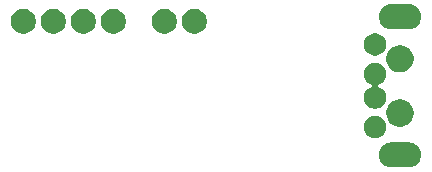
<source format=gbs>
G04 #@! TF.GenerationSoftware,KiCad,Pcbnew,5.0.2+dfsg1-1*
G04 #@! TF.CreationDate,2019-08-04T21:32:12-04:00*
G04 #@! TF.ProjectId,rigidkey,72696769-646b-4657-992e-6b696361645f,V01*
G04 #@! TF.SameCoordinates,Original*
G04 #@! TF.FileFunction,Soldermask,Bot*
G04 #@! TF.FilePolarity,Negative*
%FSLAX46Y46*%
G04 Gerber Fmt 4.6, Leading zero omitted, Abs format (unit mm)*
G04 Created by KiCad (PCBNEW 5.0.2+dfsg1-1) date Sun 04 Aug 2019 09:32:12 PM EDT*
%MOMM*%
%LPD*%
G01*
G04 APERTURE LIST*
%ADD10C,0.100000*%
G04 APERTURE END LIST*
D10*
G36*
X162880991Y-122289404D02*
X163079070Y-122349490D01*
X163176645Y-122401646D01*
X163261618Y-122447065D01*
X163261620Y-122447066D01*
X163261619Y-122447066D01*
X163421623Y-122578377D01*
X163552934Y-122738381D01*
X163650510Y-122920930D01*
X163710596Y-123119009D01*
X163730884Y-123325000D01*
X163710596Y-123530991D01*
X163650510Y-123729070D01*
X163598354Y-123826645D01*
X163552935Y-123911618D01*
X163421623Y-124071623D01*
X163261618Y-124202935D01*
X163176645Y-124248354D01*
X163079070Y-124300510D01*
X162880991Y-124360596D01*
X162726621Y-124375800D01*
X161123379Y-124375800D01*
X160969009Y-124360596D01*
X160770930Y-124300510D01*
X160673355Y-124248354D01*
X160588382Y-124202935D01*
X160428377Y-124071623D01*
X160297065Y-123911618D01*
X160251646Y-123826645D01*
X160199490Y-123729070D01*
X160139404Y-123530991D01*
X160119116Y-123325000D01*
X160139404Y-123119009D01*
X160199490Y-122920930D01*
X160297066Y-122738381D01*
X160428377Y-122578377D01*
X160588381Y-122447066D01*
X160588380Y-122447066D01*
X160588382Y-122447065D01*
X160673355Y-122401646D01*
X160770930Y-122349490D01*
X160969009Y-122289404D01*
X161123379Y-122274200D01*
X162726621Y-122274200D01*
X162880991Y-122289404D01*
X162880991Y-122289404D01*
G37*
G36*
X160102338Y-120060738D02*
X160275373Y-120132412D01*
X160431100Y-120236465D01*
X160563535Y-120368900D01*
X160667588Y-120524627D01*
X160739262Y-120697662D01*
X160775800Y-120881354D01*
X160775800Y-121068646D01*
X160739262Y-121252338D01*
X160667588Y-121425373D01*
X160563535Y-121581100D01*
X160431100Y-121713535D01*
X160275373Y-121817588D01*
X160102338Y-121889262D01*
X159918646Y-121925800D01*
X159731354Y-121925800D01*
X159547662Y-121889262D01*
X159374627Y-121817588D01*
X159218900Y-121713535D01*
X159086465Y-121581100D01*
X158982412Y-121425373D01*
X158910738Y-121252338D01*
X158874200Y-121068646D01*
X158874200Y-120881354D01*
X158910738Y-120697662D01*
X158982412Y-120524627D01*
X159086465Y-120368900D01*
X159218900Y-120236465D01*
X159374627Y-120132412D01*
X159547662Y-120060738D01*
X159731354Y-120024200D01*
X159918646Y-120024200D01*
X160102338Y-120060738D01*
X160102338Y-120060738D01*
G37*
G36*
X162260673Y-118668424D02*
X162260675Y-118668425D01*
X162260676Y-118668425D01*
X162470108Y-118755174D01*
X162470109Y-118755175D01*
X162658595Y-118881117D01*
X162818883Y-119041405D01*
X162818885Y-119041408D01*
X162944826Y-119229892D01*
X163025973Y-119425800D01*
X163031576Y-119439327D01*
X163075800Y-119661655D01*
X163075800Y-119888345D01*
X163041509Y-120060739D01*
X163031575Y-120110676D01*
X162944826Y-120320108D01*
X162912224Y-120368900D01*
X162818883Y-120508595D01*
X162658595Y-120668883D01*
X162658592Y-120668885D01*
X162470108Y-120794826D01*
X162260676Y-120881575D01*
X162260675Y-120881575D01*
X162260673Y-120881576D01*
X162038345Y-120925800D01*
X161811655Y-120925800D01*
X161589327Y-120881576D01*
X161589325Y-120881575D01*
X161589324Y-120881575D01*
X161379892Y-120794826D01*
X161191408Y-120668885D01*
X161191405Y-120668883D01*
X161031117Y-120508595D01*
X160937776Y-120368900D01*
X160905174Y-120320108D01*
X160818425Y-120110676D01*
X160808492Y-120060739D01*
X160774200Y-119888345D01*
X160774200Y-119661655D01*
X160818424Y-119439327D01*
X160824027Y-119425800D01*
X160905174Y-119229892D01*
X161031115Y-119041408D01*
X161031117Y-119041405D01*
X161191405Y-118881117D01*
X161379891Y-118755175D01*
X161379892Y-118755174D01*
X161589324Y-118668425D01*
X161589325Y-118668425D01*
X161589327Y-118668424D01*
X161811655Y-118624200D01*
X162038345Y-118624200D01*
X162260673Y-118668424D01*
X162260673Y-118668424D01*
G37*
G36*
X160102338Y-115560738D02*
X160275373Y-115632412D01*
X160431100Y-115736465D01*
X160563535Y-115868900D01*
X160667588Y-116024627D01*
X160739262Y-116197662D01*
X160775800Y-116381354D01*
X160775800Y-116568646D01*
X160739262Y-116752338D01*
X160667588Y-116925373D01*
X160563535Y-117081100D01*
X160431100Y-117213535D01*
X160275373Y-117317588D01*
X160174139Y-117359521D01*
X160152540Y-117371066D01*
X160133598Y-117386612D01*
X160118052Y-117405554D01*
X160106501Y-117427165D01*
X160099388Y-117450614D01*
X160096986Y-117475000D01*
X160099388Y-117499386D01*
X160106501Y-117522836D01*
X160118052Y-117544446D01*
X160133598Y-117563388D01*
X160152540Y-117578934D01*
X160174139Y-117590479D01*
X160275373Y-117632412D01*
X160431100Y-117736465D01*
X160563535Y-117868900D01*
X160667588Y-118024627D01*
X160739262Y-118197662D01*
X160775800Y-118381354D01*
X160775800Y-118568646D01*
X160739262Y-118752338D01*
X160667588Y-118925373D01*
X160563535Y-119081100D01*
X160431100Y-119213535D01*
X160275373Y-119317588D01*
X160102338Y-119389262D01*
X159918646Y-119425800D01*
X159731354Y-119425800D01*
X159547662Y-119389262D01*
X159374627Y-119317588D01*
X159218900Y-119213535D01*
X159086465Y-119081100D01*
X158982412Y-118925373D01*
X158910738Y-118752338D01*
X158874200Y-118568646D01*
X158874200Y-118381354D01*
X158910738Y-118197662D01*
X158982412Y-118024627D01*
X159086465Y-117868900D01*
X159218900Y-117736465D01*
X159374627Y-117632412D01*
X159475861Y-117590479D01*
X159497460Y-117578934D01*
X159516402Y-117563388D01*
X159531948Y-117544446D01*
X159543499Y-117522835D01*
X159550612Y-117499386D01*
X159553014Y-117475000D01*
X159550612Y-117450614D01*
X159543499Y-117427164D01*
X159531948Y-117405554D01*
X159516402Y-117386612D01*
X159497460Y-117371066D01*
X159475861Y-117359521D01*
X159374627Y-117317588D01*
X159218900Y-117213535D01*
X159086465Y-117081100D01*
X158982412Y-116925373D01*
X158910738Y-116752338D01*
X158874200Y-116568646D01*
X158874200Y-116381354D01*
X158910738Y-116197662D01*
X158982412Y-116024627D01*
X159086465Y-115868900D01*
X159218900Y-115736465D01*
X159374627Y-115632412D01*
X159547662Y-115560738D01*
X159731354Y-115524200D01*
X159918646Y-115524200D01*
X160102338Y-115560738D01*
X160102338Y-115560738D01*
G37*
G36*
X162260673Y-114068424D02*
X162260675Y-114068425D01*
X162260676Y-114068425D01*
X162470108Y-114155174D01*
X162470109Y-114155175D01*
X162658595Y-114281117D01*
X162818883Y-114441405D01*
X162818885Y-114441408D01*
X162944826Y-114629892D01*
X163031575Y-114839324D01*
X163031576Y-114839327D01*
X163075800Y-115061655D01*
X163075800Y-115288344D01*
X163031575Y-115510676D01*
X162944826Y-115720108D01*
X162845408Y-115868898D01*
X162818883Y-115908595D01*
X162658595Y-116068883D01*
X162658592Y-116068885D01*
X162470108Y-116194826D01*
X162260676Y-116281575D01*
X162260675Y-116281575D01*
X162260673Y-116281576D01*
X162038345Y-116325800D01*
X161811655Y-116325800D01*
X161589327Y-116281576D01*
X161589325Y-116281575D01*
X161589324Y-116281575D01*
X161379892Y-116194826D01*
X161191408Y-116068885D01*
X161191405Y-116068883D01*
X161031117Y-115908595D01*
X161004592Y-115868898D01*
X160905174Y-115720108D01*
X160818425Y-115510676D01*
X160774200Y-115288344D01*
X160774200Y-115061655D01*
X160818424Y-114839327D01*
X160818425Y-114839324D01*
X160905174Y-114629892D01*
X161031115Y-114441408D01*
X161031117Y-114441405D01*
X161191405Y-114281117D01*
X161379891Y-114155175D01*
X161379892Y-114155174D01*
X161589324Y-114068425D01*
X161589325Y-114068425D01*
X161589327Y-114068424D01*
X161811655Y-114024200D01*
X162038345Y-114024200D01*
X162260673Y-114068424D01*
X162260673Y-114068424D01*
G37*
G36*
X160102338Y-113060738D02*
X160275373Y-113132412D01*
X160431100Y-113236465D01*
X160563535Y-113368900D01*
X160667588Y-113524627D01*
X160739262Y-113697662D01*
X160775800Y-113881354D01*
X160775800Y-114068646D01*
X160739262Y-114252338D01*
X160667588Y-114425373D01*
X160563535Y-114581100D01*
X160431100Y-114713535D01*
X160275373Y-114817588D01*
X160102338Y-114889262D01*
X159918646Y-114925800D01*
X159731354Y-114925800D01*
X159547662Y-114889262D01*
X159374627Y-114817588D01*
X159218900Y-114713535D01*
X159086465Y-114581100D01*
X158982412Y-114425373D01*
X158910738Y-114252338D01*
X158874200Y-114068646D01*
X158874200Y-113881354D01*
X158910738Y-113697662D01*
X158982412Y-113524627D01*
X159086465Y-113368900D01*
X159218900Y-113236465D01*
X159374627Y-113132412D01*
X159547662Y-113060738D01*
X159731354Y-113024200D01*
X159918646Y-113024200D01*
X160102338Y-113060738D01*
X160102338Y-113060738D01*
G37*
G36*
X144835424Y-110993965D02*
X145028476Y-111073930D01*
X145202224Y-111190025D01*
X145349975Y-111337776D01*
X145466070Y-111511524D01*
X145546035Y-111704576D01*
X145586800Y-111909519D01*
X145586800Y-112118481D01*
X145546035Y-112323424D01*
X145466070Y-112516476D01*
X145349975Y-112690224D01*
X145202224Y-112837975D01*
X145028476Y-112954070D01*
X144835424Y-113034035D01*
X144630481Y-113074800D01*
X144421519Y-113074800D01*
X144216576Y-113034035D01*
X144023524Y-112954070D01*
X143849776Y-112837975D01*
X143702025Y-112690224D01*
X143585930Y-112516476D01*
X143505965Y-112323424D01*
X143465200Y-112118481D01*
X143465200Y-111909519D01*
X143505965Y-111704576D01*
X143585930Y-111511524D01*
X143702025Y-111337776D01*
X143849776Y-111190025D01*
X144023524Y-111073930D01*
X144216576Y-110993965D01*
X144421519Y-110953200D01*
X144630481Y-110953200D01*
X144835424Y-110993965D01*
X144835424Y-110993965D01*
G37*
G36*
X142295424Y-110993965D02*
X142488476Y-111073930D01*
X142662224Y-111190025D01*
X142809975Y-111337776D01*
X142926070Y-111511524D01*
X143006035Y-111704576D01*
X143046800Y-111909519D01*
X143046800Y-112118481D01*
X143006035Y-112323424D01*
X142926070Y-112516476D01*
X142809975Y-112690224D01*
X142662224Y-112837975D01*
X142488476Y-112954070D01*
X142295424Y-113034035D01*
X142090481Y-113074800D01*
X141881519Y-113074800D01*
X141676576Y-113034035D01*
X141483524Y-112954070D01*
X141309776Y-112837975D01*
X141162025Y-112690224D01*
X141045930Y-112516476D01*
X140965965Y-112323424D01*
X140925200Y-112118481D01*
X140925200Y-111909519D01*
X140965965Y-111704576D01*
X141045930Y-111511524D01*
X141162025Y-111337776D01*
X141309776Y-111190025D01*
X141483524Y-111073930D01*
X141676576Y-110993965D01*
X141881519Y-110953200D01*
X142090481Y-110953200D01*
X142295424Y-110993965D01*
X142295424Y-110993965D01*
G37*
G36*
X137977424Y-110993965D02*
X138170476Y-111073930D01*
X138344224Y-111190025D01*
X138491975Y-111337776D01*
X138608070Y-111511524D01*
X138688035Y-111704576D01*
X138728800Y-111909519D01*
X138728800Y-112118481D01*
X138688035Y-112323424D01*
X138608070Y-112516476D01*
X138491975Y-112690224D01*
X138344224Y-112837975D01*
X138170476Y-112954070D01*
X137977424Y-113034035D01*
X137772481Y-113074800D01*
X137563519Y-113074800D01*
X137358576Y-113034035D01*
X137165524Y-112954070D01*
X136991776Y-112837975D01*
X136844025Y-112690224D01*
X136727930Y-112516476D01*
X136647965Y-112323424D01*
X136607200Y-112118481D01*
X136607200Y-111909519D01*
X136647965Y-111704576D01*
X136727930Y-111511524D01*
X136844025Y-111337776D01*
X136991776Y-111190025D01*
X137165524Y-111073930D01*
X137358576Y-110993965D01*
X137563519Y-110953200D01*
X137772481Y-110953200D01*
X137977424Y-110993965D01*
X137977424Y-110993965D01*
G37*
G36*
X135437424Y-110993965D02*
X135630476Y-111073930D01*
X135804224Y-111190025D01*
X135951975Y-111337776D01*
X136068070Y-111511524D01*
X136148035Y-111704576D01*
X136188800Y-111909519D01*
X136188800Y-112118481D01*
X136148035Y-112323424D01*
X136068070Y-112516476D01*
X135951975Y-112690224D01*
X135804224Y-112837975D01*
X135630476Y-112954070D01*
X135437424Y-113034035D01*
X135232481Y-113074800D01*
X135023519Y-113074800D01*
X134818576Y-113034035D01*
X134625524Y-112954070D01*
X134451776Y-112837975D01*
X134304025Y-112690224D01*
X134187930Y-112516476D01*
X134107965Y-112323424D01*
X134067200Y-112118481D01*
X134067200Y-111909519D01*
X134107965Y-111704576D01*
X134187930Y-111511524D01*
X134304025Y-111337776D01*
X134451776Y-111190025D01*
X134625524Y-111073930D01*
X134818576Y-110993965D01*
X135023519Y-110953200D01*
X135232481Y-110953200D01*
X135437424Y-110993965D01*
X135437424Y-110993965D01*
G37*
G36*
X132897424Y-110993965D02*
X133090476Y-111073930D01*
X133264224Y-111190025D01*
X133411975Y-111337776D01*
X133528070Y-111511524D01*
X133608035Y-111704576D01*
X133648800Y-111909519D01*
X133648800Y-112118481D01*
X133608035Y-112323424D01*
X133528070Y-112516476D01*
X133411975Y-112690224D01*
X133264224Y-112837975D01*
X133090476Y-112954070D01*
X132897424Y-113034035D01*
X132692481Y-113074800D01*
X132483519Y-113074800D01*
X132278576Y-113034035D01*
X132085524Y-112954070D01*
X131911776Y-112837975D01*
X131764025Y-112690224D01*
X131647930Y-112516476D01*
X131567965Y-112323424D01*
X131527200Y-112118481D01*
X131527200Y-111909519D01*
X131567965Y-111704576D01*
X131647930Y-111511524D01*
X131764025Y-111337776D01*
X131911776Y-111190025D01*
X132085524Y-111073930D01*
X132278576Y-110993965D01*
X132483519Y-110953200D01*
X132692481Y-110953200D01*
X132897424Y-110993965D01*
X132897424Y-110993965D01*
G37*
G36*
X130357424Y-110993965D02*
X130550476Y-111073930D01*
X130724224Y-111190025D01*
X130871975Y-111337776D01*
X130988070Y-111511524D01*
X131068035Y-111704576D01*
X131108800Y-111909519D01*
X131108800Y-112118481D01*
X131068035Y-112323424D01*
X130988070Y-112516476D01*
X130871975Y-112690224D01*
X130724224Y-112837975D01*
X130550476Y-112954070D01*
X130357424Y-113034035D01*
X130152481Y-113074800D01*
X129943519Y-113074800D01*
X129738576Y-113034035D01*
X129545524Y-112954070D01*
X129371776Y-112837975D01*
X129224025Y-112690224D01*
X129107930Y-112516476D01*
X129027965Y-112323424D01*
X128987200Y-112118481D01*
X128987200Y-111909519D01*
X129027965Y-111704576D01*
X129107930Y-111511524D01*
X129224025Y-111337776D01*
X129371776Y-111190025D01*
X129545524Y-111073930D01*
X129738576Y-110993965D01*
X129943519Y-110953200D01*
X130152481Y-110953200D01*
X130357424Y-110993965D01*
X130357424Y-110993965D01*
G37*
G36*
X162880991Y-110589404D02*
X163079070Y-110649490D01*
X163176645Y-110701646D01*
X163261618Y-110747065D01*
X163261620Y-110747066D01*
X163261619Y-110747066D01*
X163421623Y-110878377D01*
X163552934Y-111038381D01*
X163650510Y-111220930D01*
X163710596Y-111419009D01*
X163730884Y-111625000D01*
X163710596Y-111830991D01*
X163650510Y-112029070D01*
X163602719Y-112118480D01*
X163552935Y-112211618D01*
X163421623Y-112371623D01*
X163261618Y-112502935D01*
X163176645Y-112548354D01*
X163079070Y-112600510D01*
X162880991Y-112660596D01*
X162726621Y-112675800D01*
X161123379Y-112675800D01*
X160969009Y-112660596D01*
X160770930Y-112600510D01*
X160673355Y-112548354D01*
X160588382Y-112502935D01*
X160428377Y-112371623D01*
X160297065Y-112211618D01*
X160247281Y-112118480D01*
X160199490Y-112029070D01*
X160139404Y-111830991D01*
X160119116Y-111625000D01*
X160139404Y-111419009D01*
X160199490Y-111220930D01*
X160297066Y-111038381D01*
X160428377Y-110878377D01*
X160588381Y-110747066D01*
X160588380Y-110747066D01*
X160588382Y-110747065D01*
X160673355Y-110701646D01*
X160770930Y-110649490D01*
X160969009Y-110589404D01*
X161123379Y-110574200D01*
X162726621Y-110574200D01*
X162880991Y-110589404D01*
X162880991Y-110589404D01*
G37*
M02*

</source>
